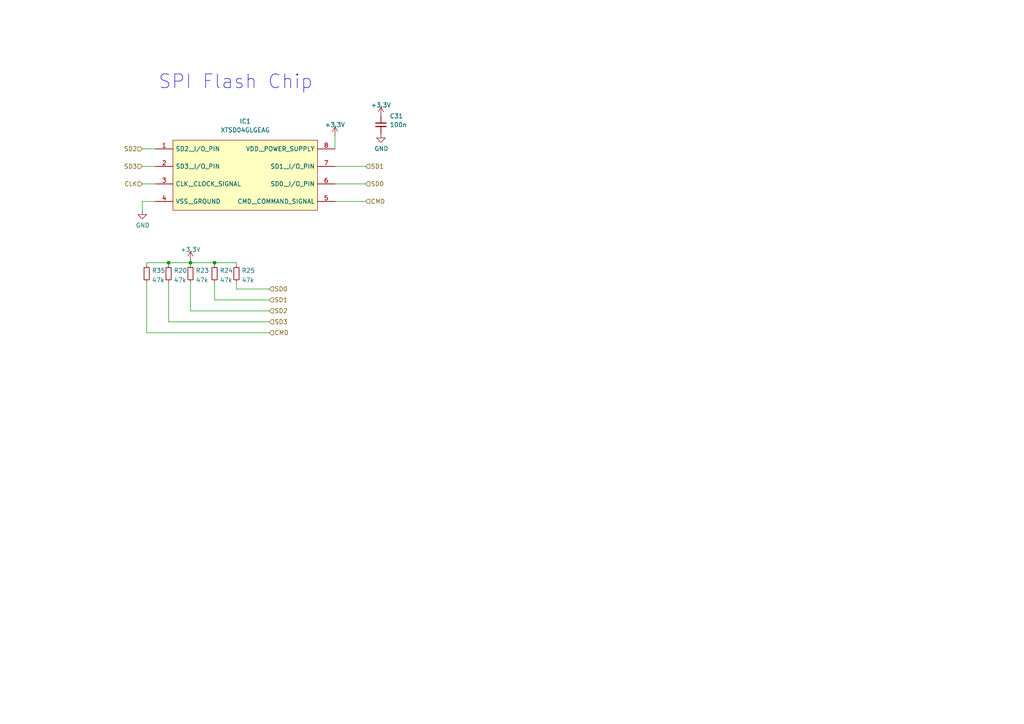
<source format=kicad_sch>
(kicad_sch (version 20230121) (generator eeschema)
  (paper "A4")
  (lib_symbols
    (symbol "+3.3V_1" (power) (pin_names (offset 0))
      (property "Value" "+3.3V_1" (at 0 3.556 0))
      (symbol "+3.3V_1_0_1"
        (polyline (pts (xy -0.762 1.27) (xy 0 2.54)))
        (polyline (pts (xy 0 0) (xy 0 2.54)))
        (polyline (pts (xy 0 2.54) (xy 0.762 1.27)))
      )
      (symbol "+3.3V_1_1_1"
        (pin power_in line (at 0 0 90) (length 0) hide (name "+3.3V") (number "1"))
      )
    )
    (symbol "Device:C_Small" (pin_numbers hide) (pin_names (offset 0.254) hide)
      (property "Reference" "C" (at 0.254 1.778 0))
      (property "Value" "C_Small" (at 0.254 -2.032 0))
      (symbol "C_Small_0_1"
        (polyline (pts (xy -1.524 -0.508) (xy 1.524 -0.508)) (stroke (width 0.3302)))
        (polyline (pts (xy -1.524 0.508) (xy 1.524 0.508)) (stroke (width 0.3048)))
      )
      (symbol "C_Small_1_1"
        (pin passive line (at 0 2.54 270) (length 2.032) (name "~") (number "1"))
        (pin passive line (at 0 -2.54 90) (length 2.032) (name "~") (number "2"))
      )
    )
    (symbol "Device:R_Small" (pin_numbers hide) (pin_names (offset 0.254) hide)
      (property "Reference" "R" (at 0.762 0.508 0))
      (property "Value" "R_Small" (at 0.762 -1.016 0))
      (symbol "R_Small_0_1"
        (rectangle (start -0.762 1.778) (end 0.762 -1.778) (stroke (width 0.2032)))
      )
      (symbol "R_Small_1_1"
        (pin passive line (at 0 2.54 270) (length 0.762) (name "~") (number "1"))
        (pin passive line (at 0 -2.54 90) (length 0.762) (name "~") (number "2"))
      )
    )
    (symbol "XTSD04GLGEAG:XTSD04GLGEAG" (pin_names (offset 0.762))
      (property "Reference" "IC" (at 59.69 7.62 0))
      (property "Value" "XTSD04GLGEAG" (at 59.69 5.08 0))
      (symbol "XTSD04GLGEAG_0_0"
        (pin passive line (at 0 7.62 0) (length 5.08) (name "SD2,_I/O_PIN") (number "1"))
        (pin passive line (at 0 2.54 0) (length 5.08) (name "SD3,_I/O_PIN") (number "2"))
        (pin passive line (at 0 -2.54 0) (length 5.08) (name "CLK,_CLOCK_SIGNAL") (number "3"))
        (pin passive line (at 0 -7.62 0) (length 5.08) (name "VSS,_GROUND") (number "4"))
        (pin passive line (at 52.07 -7.62 180) (length 5.08) (name "CMD,_COMMAND_SIGNAL") (number "5"))
        (pin passive line (at 52.07 -2.54 180) (length 5.08) (name "SD0,_I/O_PIN") (number "6"))
        (pin passive line (at 52.07 2.54 180) (length 5.08) (name "SD1,_I/O_PIN") (number "7"))
        (pin passive line (at 52.07 7.62 180) (length 5.08) (name "VDD,_POWER_SUPPLY") (number "8"))
      )
      (symbol "XTSD04GLGEAG_0_1"
        (polyline (pts (xy 5.08 10.16) (xy 46.99 10.16) (xy 46.99 -10.16) (xy 5.08 -10.16) (xy 5.08 10.16)) (stroke (width 0.1524)) (fill (type background)))
      )
    )
    (symbol "power:GND" (power) (pin_names (offset 0))
      (property "Value" "GND" (at 0 -3.81 0))
      (symbol "GND_0_1"
        (polyline (pts (xy 0 0) (xy 0 -1.27) (xy 1.27 -1.27) (xy 0 -2.54) (xy -1.27 -1.27) (xy 0 -1.27)))
      )
      (symbol "GND_1_1"
        (pin power_in line (at 0 0 270) (length 0) hide (name "GND") (number "1"))
      )
    )
  )
  (junction (at 62.23 76.2))
  (junction (at 55.245 76.2))
  (junction (at 48.895 76.2))
  (wire (pts (xy 68.58 76.835) (xy 68.58 76.2)))
  (wire (pts (xy 68.58 76.2) (xy 62.23 76.2)))
  (wire (pts (xy 41.275 48.26) (xy 45.085 48.26)))
  (wire (pts (xy 97.155 48.26) (xy 106.045 48.26)))
  (wire (pts (xy 48.895 81.915) (xy 48.895 93.345)))
  (wire (pts (xy 62.23 81.915) (xy 62.23 86.995)))
  (wire (pts (xy 97.155 53.34) (xy 106.045 53.34)))
  (wire (pts (xy 42.545 76.2) (xy 48.895 76.2)))
  (wire (pts (xy 41.275 53.34) (xy 45.085 53.34)))
  (wire (pts (xy 48.895 76.2) (xy 55.245 76.2)))
  (wire (pts (xy 97.155 43.18) (xy 97.155 39.37)))
  (wire (pts (xy 42.545 96.52) (xy 78.105 96.52)))
  (wire (pts (xy 42.545 81.915) (xy 42.545 96.52)))
  (wire (pts (xy 62.23 86.995) (xy 78.105 86.995)))
  (wire (pts (xy 68.58 81.915) (xy 68.58 83.82)))
  (wire (pts (xy 97.155 58.42) (xy 106.045 58.42)))
  (wire (pts (xy 62.23 76.835) (xy 62.23 76.2)))
  (wire (pts (xy 55.245 76.2) (xy 55.245 76.835)))
  (wire (pts (xy 48.895 93.345) (xy 78.105 93.345)))
  (wire (pts (xy 62.23 76.2) (xy 55.245 76.2)))
  (wire (pts (xy 68.58 83.82) (xy 78.105 83.82)))
  (wire (pts (xy 41.275 58.42) (xy 41.275 60.96)))
  (wire (pts (xy 41.275 43.18) (xy 45.085 43.18)))
  (wire (pts (xy 55.245 90.17) (xy 78.105 90.17)))
  (wire (pts (xy 42.545 76.835) (xy 42.545 76.2)))
  (wire (pts (xy 55.245 81.915) (xy 55.245 90.17)))
  (wire (pts (xy 55.245 75.565) (xy 55.245 76.2)))
  (wire (pts (xy 48.895 76.2) (xy 48.895 76.835)))
  (wire (pts (xy 45.085 58.42) (xy 41.275 58.42)))
  (text "SPI Flash Chip" (at 45.847 26.162 0) (effects (font (size 3.9878 3.9878)) (justify left bottom)))
  (hierarchical_label "CLK" (shape input) (at 41.275 53.34 180))
  (hierarchical_label "CMD" (shape input) (at 106.045 58.42 0))
  (hierarchical_label "SD3" (shape input) (at 41.275 48.26 180))
  (hierarchical_label "CMD" (shape input) (at 78.105 96.52 0))
  (hierarchical_label "SD2" (shape input) (at 78.105 90.17 0))
  (hierarchical_label "SD0" (shape input) (at 106.045 53.34 0))
  (hierarchical_label "SD3" (shape input) (at 78.105 93.345 0))
  (hierarchical_label "SD1" (shape input) (at 106.045 48.26 0))
  (hierarchical_label "SD0" (shape input) (at 78.105 83.82 0))
  (hierarchical_label "SD1" (shape input) (at 78.105 86.995 0))
  (hierarchical_label "SD2" (shape input) (at 41.275 43.18 180))
  (symbol (lib_name "+3.3V_1") (lib_id "power:+3.3V") (at 110.49 33.655 0) (unit 1)
    (property "Reference" "#PWR06" (effects hide))
    (property "Value" "+3.3V" (at 110.49 30.48 0))
  )
  (symbol (lib_name "+3.3V_1") (lib_id "power:+3.3V") (at 55.245 75.565 0) (unit 1)
    (property "Reference" "#PWR08" (effects hide))
    (property "Value" "+3.3V" (at 55.245 72.39 0))
  )
  (symbol (lib_id "Device:R_Small") (at 68.58 79.375 0) (unit 1)
    (property "Reference" "R25" (at 70.0787 78.4665 0) (effects (justify left)))
    (property "Value" "47k" (at 70.0787 81.2416 0) (effects (justify left)))
    (property "Footprint" "Resistor_SMD:R_0402_1005Metric" (effects hide))
    (property "LCSC" "C25792" (effects hide))
  )
  (symbol (lib_id "Device:C_Small") (at 110.49 36.195 0) (unit 1)
    (property "Reference" "C31" (at 113.03 33.655 0) (effects (justify left)))
    (property "Value" "100n" (at 113.03 36.195 0) (effects (justify left)))
    (property "Footprint" "Capacitor_SMD:C_0402_1005Metric" (effects hide))
  )
  (symbol (lib_id "Device:R_Small") (at 42.545 79.375 0) (unit 1)
    (property "Reference" "R35" (at 44.0437 78.4665 0) (effects (justify left)))
    (property "Value" "47k" (at 44.0437 81.2416 0) (effects (justify left)))
    (property "Footprint" "Resistor_SMD:R_0402_1005Metric" (effects hide))
    (property "LCSC" "C25792" (effects hide))
  )
  (symbol (lib_id "Device:R_Small") (at 48.895 79.375 0) (unit 1)
    (property "Reference" "R20" (at 50.3937 78.4665 0) (effects (justify left)))
    (property "Value" "47k" (at 50.3937 81.2416 0) (effects (justify left)))
    (property "Footprint" "Resistor_SMD:R_0402_1005Metric" (effects hide))
    (property "LCSC" "C25792" (effects hide))
  )
  (symbol (lib_id "power:GND") (at 110.49 38.735 0) (unit 1)
    (property "Reference" "#PWR0195" (effects hide))
    (property "Value" "GND" (at 110.617 43.1292 0))
  )
  (symbol (lib_name "+3.3V_1") (lib_id "power:+3.3V") (at 97.155 39.37 0) (unit 1)
    (property "Reference" "#PWR07" (effects hide))
    (property "Value" "+3.3V" (at 97.155 36.195 0))
  )
  (symbol (lib_id "Device:R_Small") (at 55.245 79.375 0) (unit 1)
    (property "Reference" "R23" (at 56.7437 78.4665 0) (effects (justify left)))
    (property "Value" "47k" (at 56.7437 81.2416 0) (effects (justify left)))
    (property "Footprint" "Resistor_SMD:R_0402_1005Metric" (effects hide))
    (property "LCSC" "C25792" (effects hide))
  )
  (symbol (lib_id "XTSD04GLGEAG:XTSD04GLGEAG") (at 45.085 50.8 0) (unit 1)
    (property "Reference" "IC1" (at 71.12 35.179 0))
    (property "Value" "XTSD04GLGEAG" (at 71.12 37.719 0))
    (property "Footprint" "Footprints:SON127P800X600X95-8N" (effects hide))
    (property "Datasheet" "https://datasheet.lcsc.com/szlcsc/2005251034_XTX-XTSD04GLGEAG_C558839.pdf" (effects hide))
    (property "LCSC" "C558839" (effects hide))
  )
  (symbol (lib_id "Device:R_Small") (at 62.23 79.375 0) (unit 1)
    (property "Reference" "R24" (at 63.7287 78.4665 0) (effects (justify left)))
    (property "Value" "47k" (at 63.7287 81.2416 0) (effects (justify left)))
    (property "Footprint" "Resistor_SMD:R_0402_1005Metric" (effects hide))
    (property "LCSC" "C25792" (effects hide))
  )
  (symbol (lib_id "power:GND") (at 41.275 60.96 0) (unit 1)
    (property "Reference" "#PWR0196" (effects hide))
    (property "Value" "GND" (at 41.402 65.3542 0))
  )
)
</source>
